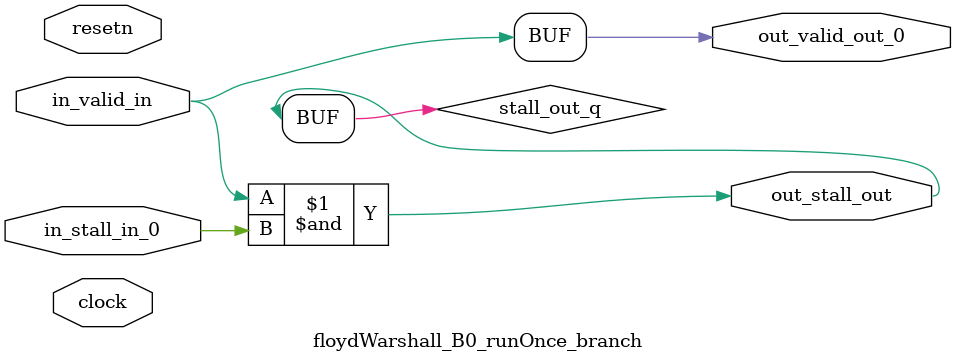
<source format=sv>



(* altera_attribute = "-name AUTO_SHIFT_REGISTER_RECOGNITION OFF; -name MESSAGE_DISABLE 10036; -name MESSAGE_DISABLE 10037; -name MESSAGE_DISABLE 14130; -name MESSAGE_DISABLE 14320; -name MESSAGE_DISABLE 15400; -name MESSAGE_DISABLE 14130; -name MESSAGE_DISABLE 10036; -name MESSAGE_DISABLE 12020; -name MESSAGE_DISABLE 12030; -name MESSAGE_DISABLE 12010; -name MESSAGE_DISABLE 12110; -name MESSAGE_DISABLE 14320; -name MESSAGE_DISABLE 13410; -name MESSAGE_DISABLE 113007; -name MESSAGE_DISABLE 10958" *)
module floydWarshall_B0_runOnce_branch (
    input wire [0:0] in_stall_in_0,
    input wire [0:0] in_valid_in,
    output wire [0:0] out_stall_out,
    output wire [0:0] out_valid_out_0,
    input wire clock,
    input wire resetn
    );

    wire [0:0] stall_out_q;


    // stall_out(LOGICAL,6)
    assign stall_out_q = in_valid_in & in_stall_in_0;

    // out_stall_out(GPOUT,4)
    assign out_stall_out = stall_out_q;

    // out_valid_out_0(GPOUT,5)
    assign out_valid_out_0 = in_valid_in;

endmodule

</source>
